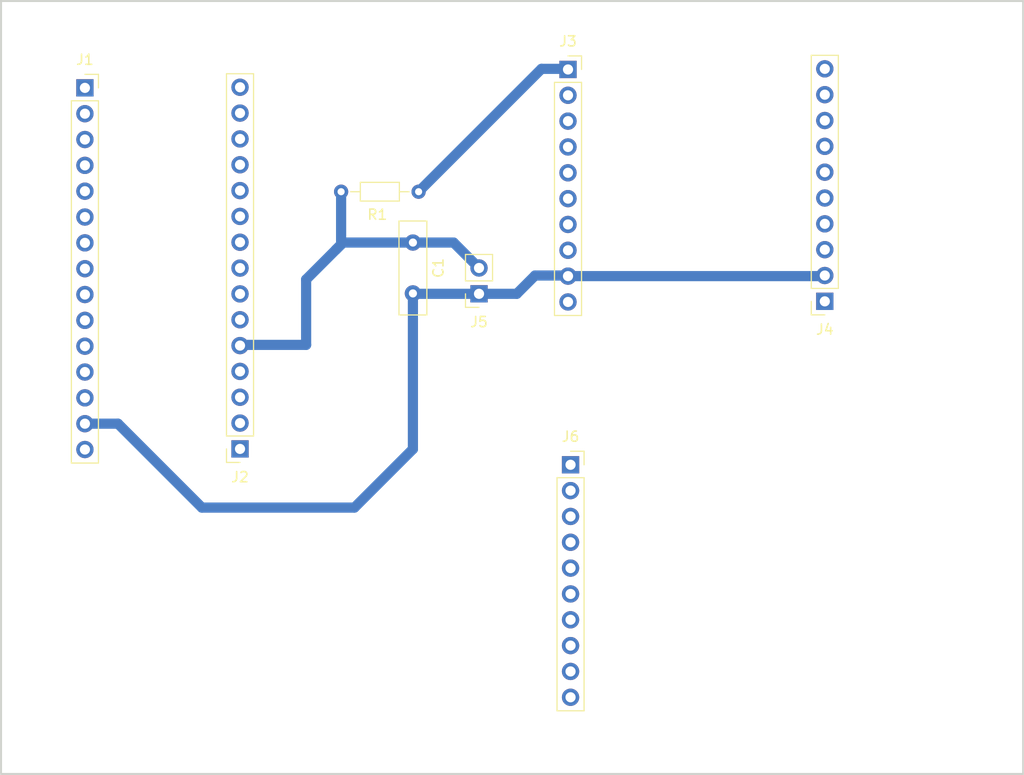
<source format=kicad_pcb>
(kicad_pcb (version 20240108) (generator "pcbnew") (generator_version "8.0")
  (layers (0 "F.Cu" signal) (31 "B.Cu" signal) (34 "B.Paste" user) (35 "F.Paste" user) (36 "B.SilkS" user "B.Silkscreen") (37 "F.SilkS" user "F.Silkscreen") (38 "B.Mask" user) (39 "F.Mask" user) (44 "Edge.Cuts" user))
  (net 0 "")
  (net 1 "/Output")
  (net 2 "GND")
  (net 40 "/Input")
  (footprint "Connector_PinSocket_2.54mm:PinSocket_1x02_P2.54mm_Vertical" (layer "F.Cu") (at 107.5 96.98 180)
    (property "Reference" "J5" (at 0 -2.77 0) (layer "F.SilkS"))
    (property "Value" "Conn_01x02_Male")
    (fp_line (start 1.33 1.27) (end 1.33 3.87) (stroke (width 0.12)) (layer "F.SilkS"))
    (fp_line (start 1.33 -1.33) (end 1.33 0) (stroke (width 0.12)) (layer "F.SilkS"))
    (fp_line (start 0 -1.33) (end 1.33 -1.33) (stroke (width 0.12)) (layer "F.SilkS"))
    (fp_line (start -1.33 3.87) (end 1.33 3.87) (stroke (width 0.12)) (layer "F.SilkS"))
    (fp_line (start -1.33 1.27) (end 1.33 1.27) (stroke (width 0.12)) (layer "F.SilkS"))
    (fp_line (start -1.33 1.27) (end -1.33 3.87) (stroke (width 0.12)) (layer "F.SilkS"))
    (pad "1" thru_hole rect (at 0 0 180) (size 1.7 1.7) (drill 1) (layers "*.Cu" "*.Mask") (net 2 "GND"))
    (pad "2" thru_hole oval (at 0 2.54 180) (size 1.7 1.7) (drill 1) (layers "*.Cu" "*.Mask") (net 1 "/Output"))
  )
  (footprint "Connector_PinSocket_2.54mm:PinSocket_1x15_P2.54mm_Vertical" (layer "F.Cu") (at 68.75 76.73)
    (property "Reference" "J1" (at 0 -2.77 0) (layer "F.SilkS"))
    (property "Value" "Conn_01x15_Female")
    (fp_line (start -1.33 1.27) (end -1.33 36.89) (stroke (width 0.12)) (layer "F.SilkS"))
    (fp_line (start -1.33 1.27) (end 1.33 1.27) (stroke (width 0.12)) (layer "F.SilkS"))
    (fp_line (start -1.33 36.89) (end 1.33 36.89) (stroke (width 0.12)) (layer "F.SilkS"))
    (fp_line (start 0 -1.33) (end 1.33 -1.33) (stroke (width 0.12)) (layer "F.SilkS"))
    (fp_line (start 1.33 -1.33) (end 1.33 0) (stroke (width 0.12)) (layer "F.SilkS"))
    (fp_line (start 1.33 1.27) (end 1.33 36.89) (stroke (width 0.12)) (layer "F.SilkS"))
    (pad "1" thru_hole rect (at 0 0) (size 1.7 1.7) (drill 1) (layers "*.Cu" "*.Mask"))
    (pad "2" thru_hole oval (at 0 2.54) (size 1.7 1.7) (drill 1) (layers "*.Cu" "*.Mask"))
    (pad "3" thru_hole oval (at 0 5.08) (size 1.7 1.7) (drill 1) (layers "*.Cu" "*.Mask"))
    (pad "4" thru_hole oval (at 0 7.62) (size 1.7 1.7) (drill 1) (layers "*.Cu" "*.Mask"))
    (pad "5" thru_hole oval (at 0 10.16) (size 1.7 1.7) (drill 1) (layers "*.Cu" "*.Mask"))
    (pad "6" thru_hole oval (at 0 12.7) (size 1.7 1.7) (drill 1) (layers "*.Cu" "*.Mask"))
    (pad "7" thru_hole oval (at 0 15.24) (size 1.7 1.7) (drill 1) (layers "*.Cu" "*.Mask"))
    (pad "8" thru_hole oval (at 0 17.78) (size 1.7 1.7) (drill 1) (layers "*.Cu" "*.Mask"))
    (pad "9" thru_hole oval (at 0 20.32) (size 1.7 1.7) (drill 1) (layers "*.Cu" "*.Mask"))
    (pad "10" thru_hole oval (at 0 22.86) (size 1.7 1.7) (drill 1) (layers "*.Cu" "*.Mask"))
    (pad "11" thru_hole oval (at 0 25.4) (size 1.7 1.7) (drill 1) (layers "*.Cu" "*.Mask"))
    (pad "12" thru_hole oval (at 0 27.94) (size 1.7 1.7) (drill 1) (layers "*.Cu" "*.Mask"))
    (pad "13" thru_hole oval (at 0 30.48) (size 1.7 1.7) (drill 1) (layers "*.Cu" "*.Mask"))
    (pad "14" thru_hole oval (at 0 33.02) (size 1.7 1.7) (drill 1) (layers "*.Cu" "*.Mask") (net 2 "GND"))
    (pad "15" thru_hole oval (at 0 35.56) (size 1.7 1.7) (drill 1) (layers "*.Cu" "*.Mask"))
  )
  (footprint "Connector_PinSocket_2.54mm:PinSocket_1x10_P2.54mm_Vertical" (layer "F.Cu") (at 116.5 113.79)
    (property "Reference" "J6" (at 0 -2.77 0) (layer "F.SilkS"))
    (property "Value" "Conn_01x10_Female")
    (fp_line (start -1.33 1.27) (end -1.33 24.19) (stroke (width 0.12)) (layer "F.SilkS"))
    (fp_line (start -1.33 1.27) (end 1.33 1.27) (stroke (width 0.12)) (layer "F.SilkS"))
    (fp_line (start -1.33 24.19) (end 1.33 24.19) (stroke (width 0.12)) (layer "F.SilkS"))
    (fp_line (start 0 -1.33) (end 1.33 -1.33) (stroke (width 0.12)) (layer "F.SilkS"))
    (fp_line (start 1.33 -1.33) (end 1.33 0) (stroke (width 0.12)) (layer "F.SilkS"))
    (fp_line (start 1.33 1.27) (end 1.33 24.19) (stroke (width 0.12)) (layer "F.SilkS"))
    (pad "1" thru_hole rect (at 0 0) (size 1.7 1.7) (drill 1) (layers "*.Cu" "*.Mask"))
    (pad "2" thru_hole oval (at 0 2.54) (size 1.7 1.7) (drill 1) (layers "*.Cu" "*.Mask"))
    (pad "3" thru_hole oval (at 0 5.08) (size 1.7 1.7) (drill 1) (layers "*.Cu" "*.Mask"))
    (pad "4" thru_hole oval (at 0 7.62) (size 1.7 1.7) (drill 1) (layers "*.Cu" "*.Mask"))
    (pad "5" thru_hole oval (at 0 10.16) (size 1.7 1.7) (drill 1) (layers "*.Cu" "*.Mask"))
    (pad "6" thru_hole oval (at 0 12.7) (size 1.7 1.7) (drill 1) (layers "*.Cu" "*.Mask"))
    (pad "7" thru_hole oval (at 0 15.24) (size 1.7 1.7) (drill 1) (layers "*.Cu" "*.Mask"))
    (pad "8" thru_hole oval (at 0 17.78) (size 1.7 1.7) (drill 1) (layers "*.Cu" "*.Mask"))
    (pad "9" thru_hole oval (at 0 20.32) (size 1.7 1.7) (drill 1) (layers "*.Cu" "*.Mask"))
    (pad "10" thru_hole oval (at 0 22.86) (size 1.7 1.7) (drill 1) (layers "*.Cu" "*.Mask"))
  )
  (footprint "Connector_PinSocket_2.54mm:PinSocket_1x10_P2.54mm_Vertical" (layer "F.Cu") (at 116.25 74.92)
    (property "Reference" "J3" (at 0 -2.77 0) (layer "F.SilkS"))
    (property "Value" "Conn_01x10_Female")
    (fp_line (start -1.33 1.27) (end -1.33 24.19) (stroke (width 0.12)) (layer "F.SilkS"))
    (fp_line (start -1.33 1.27) (end 1.33 1.27) (stroke (width 0.12)) (layer "F.SilkS"))
    (fp_line (start -1.33 24.19) (end 1.33 24.19) (stroke (width 0.12)) (layer "F.SilkS"))
    (fp_line (start 0 -1.33) (end 1.33 -1.33) (stroke (width 0.12)) (layer "F.SilkS"))
    (fp_line (start 1.33 -1.33) (end 1.33 0) (stroke (width 0.12)) (layer "F.SilkS"))
    (fp_line (start 1.33 1.27) (end 1.33 24.19) (stroke (width 0.12)) (layer "F.SilkS"))
    (pad "1" thru_hole rect (at 0 0) (size 1.7 1.7) (drill 1) (layers "*.Cu" "*.Mask") (net 40 "/Input"))
    (pad "2" thru_hole oval (at 0 2.54) (size 1.7 1.7) (drill 1) (layers "*.Cu" "*.Mask"))
    (pad "3" thru_hole oval (at 0 5.08) (size 1.7 1.7) (drill 1) (layers "*.Cu" "*.Mask"))
    (pad "4" thru_hole oval (at 0 7.62) (size 1.7 1.7) (drill 1) (layers "*.Cu" "*.Mask"))
    (pad "5" thru_hole oval (at 0 10.16) (size 1.7 1.7) (drill 1) (layers "*.Cu" "*.Mask"))
    (pad "6" thru_hole oval (at 0 12.7) (size 1.7 1.7) (drill 1) (layers "*.Cu" "*.Mask"))
    (pad "7" thru_hole oval (at 0 15.24) (size 1.7 1.7) (drill 1) (layers "*.Cu" "*.Mask"))
    (pad "8" thru_hole oval (at 0 17.78) (size 1.7 1.7) (drill 1) (layers "*.Cu" "*.Mask"))
    (pad "9" thru_hole oval (at 0 20.32) (size 1.7 1.7) (drill 1) (layers "*.Cu" "*.Mask") (net 2 "GND"))
    (pad "10" thru_hole oval (at 0 22.86) (size 1.7 1.7) (drill 1) (layers "*.Cu" "*.Mask"))
  )
  (footprint "Connector_PinSocket_2.54mm:PinSocket_1x15_P2.54mm_Vertical" (layer "F.Cu") (at 84 112.23 180)
    (property "Reference" "J2" (at 0 -2.77 0) (layer "F.SilkS"))
    (property "Value" "Conn_01x15_Female")
    (fp_line (start 1.33 1.27) (end 1.33 36.89) (stroke (width 0.12)) (layer "F.SilkS"))
    (fp_line (start 1.33 -1.33) (end 1.33 0) (stroke (width 0.12)) (layer "F.SilkS"))
    (fp_line (start 0 -1.33) (end 1.33 -1.33) (stroke (width 0.12)) (layer "F.SilkS"))
    (fp_line (start -1.33 36.89) (end 1.33 36.89) (stroke (width 0.12)) (layer "F.SilkS"))
    (fp_line (start -1.33 1.27) (end 1.33 1.27) (stroke (width 0.12)) (layer "F.SilkS"))
    (fp_line (start -1.33 1.27) (end -1.33 36.89) (stroke (width 0.12)) (layer "F.SilkS"))
    (pad "1" thru_hole rect (at 0 0 180) (size 1.7 1.7) (drill 1) (layers "*.Cu" "*.Mask"))
    (pad "2" thru_hole oval (at 0 2.54 180) (size 1.7 1.7) (drill 1) (layers "*.Cu" "*.Mask"))
    (pad "3" thru_hole oval (at 0 5.08 180) (size 1.7 1.7) (drill 1) (layers "*.Cu" "*.Mask"))
    (pad "4" thru_hole oval (at 0 7.62 180) (size 1.7 1.7) (drill 1) (layers "*.Cu" "*.Mask"))
    (pad "5" thru_hole oval (at 0 10.16 180) (size 1.7 1.7) (drill 1) (layers "*.Cu" "*.Mask") (net 1 "/Output"))
    (pad "6" thru_hole oval (at 0 12.7 180) (size 1.7 1.7) (drill 1) (layers "*.Cu" "*.Mask"))
    (pad "7" thru_hole oval (at 0 15.24 180) (size 1.7 1.7) (drill 1) (layers "*.Cu" "*.Mask"))
    (pad "8" thru_hole oval (at 0 17.78 180) (size 1.7 1.7) (drill 1) (layers "*.Cu" "*.Mask"))
    (pad "9" thru_hole oval (at 0 20.32 180) (size 1.7 1.7) (drill 1) (layers "*.Cu" "*.Mask"))
    (pad "10" thru_hole oval (at 0 22.86 180) (size 1.7 1.7) (drill 1) (layers "*.Cu" "*.Mask"))
    (pad "11" thru_hole oval (at 0 25.4 180) (size 1.7 1.7) (drill 1) (layers "*.Cu" "*.Mask"))
    (pad "12" thru_hole oval (at 0 27.94 180) (size 1.7 1.7) (drill 1) (layers "*.Cu" "*.Mask"))
    (pad "13" thru_hole oval (at 0 30.48 180) (size 1.7 1.7) (drill 1) (layers "*.Cu" "*.Mask"))
    (pad "14" thru_hole oval (at 0 33.02 180) (size 1.7 1.7) (drill 1) (layers "*.Cu" "*.Mask"))
    (pad "15" thru_hole oval (at 0 35.56 180) (size 1.7 1.7) (drill 1) (layers "*.Cu" "*.Mask"))
  )
  (footprint "Capacitor_THT:C_Disc_D9.0mm_W2.5mm_P5.00mm" (layer "F.Cu") (at 101 91.94 -90)
    (property "Reference" "C1" (at 2.5 -2.5 90) (layer "F.SilkS"))
    (property "Value" "0.01u")
    (fp_line (start -2.12 1.37) (end 7.12 1.37) (stroke (width 0.12)) (layer "F.SilkS"))
    (fp_line (start -2.12 -1.37) (end -2.12 1.37) (stroke (width 0.12)) (layer "F.SilkS"))
    (fp_line (start -2.12 -1.37) (end 7.12 -1.37) (stroke (width 0.12)) (layer "F.SilkS"))
    (fp_line (start 7.12 -1.37) (end 7.12 1.37) (stroke (width 0.12)) (layer "F.SilkS"))
    (pad "1" thru_hole circle (at 0 0 270) (size 1.6 1.6) (drill 0.8) (layers "*.Cu" "*.Mask") (net 1 "/Output"))
    (pad "2" thru_hole circle (at 5 0 270) (size 1.6 1.6) (drill 0.8) (layers "*.Cu" "*.Mask") (net 2 "GND"))
  )
  (footprint "Connector_PinSocket_2.54mm:PinSocket_1x10_P2.54mm_Vertical" (layer "F.Cu") (at 141.5 97.72 180)
    (property "Reference" "J4" (at 0 -2.77 180) (layer "F.SilkS"))
    (property "Value" "Conn_01x10_Female")
    (fp_line (start 1.33 1.27) (end 1.33 24.19) (stroke (width 0.12)) (layer "F.SilkS"))
    (fp_line (start 1.33 -1.33) (end 1.33 0) (stroke (width 0.12)) (layer "F.SilkS"))
    (fp_line (start 0 -1.33) (end 1.33 -1.33) (stroke (width 0.12)) (layer "F.SilkS"))
    (fp_line (start -1.33 24.19) (end 1.33 24.19) (stroke (width 0.12)) (layer "F.SilkS"))
    (fp_line (start -1.33 1.27) (end 1.33 1.27) (stroke (width 0.12)) (layer "F.SilkS"))
    (fp_line (start -1.33 1.27) (end -1.33 24.19) (stroke (width 0.12)) (layer "F.SilkS"))
    (pad "1" thru_hole rect (at 0 0 180) (size 1.7 1.7) (drill 1) (layers "*.Cu" "*.Mask"))
    (pad "2" thru_hole oval (at 0 2.54 180) (size 1.7 1.7) (drill 1) (layers "*.Cu" "*.Mask") (net 2 "GND"))
    (pad "3" thru_hole oval (at 0 5.08 180) (size 1.7 1.7) (drill 1) (layers "*.Cu" "*.Mask"))
    (pad "4" thru_hole oval (at 0 7.62 180) (size 1.7 1.7) (drill 1) (layers "*.Cu" "*.Mask"))
    (pad "5" thru_hole oval (at 0 10.16 180) (size 1.7 1.7) (drill 1) (layers "*.Cu" "*.Mask"))
    (pad "6" thru_hole oval (at 0 12.7 180) (size 1.7 1.7) (drill 1) (layers "*.Cu" "*.Mask"))
    (pad "7" thru_hole oval (at 0 15.24 180) (size 1.7 1.7) (drill 1) (layers "*.Cu" "*.Mask"))
    (pad "8" thru_hole oval (at 0 17.78 180) (size 1.7 1.7) (drill 1) (layers "*.Cu" "*.Mask"))
    (pad "9" thru_hole oval (at 0 20.32 180) (size 1.7 1.7) (drill 1) (layers "*.Cu" "*.Mask"))
    (pad "10" thru_hole oval (at 0 22.86 180) (size 1.7 1.7) (drill 1) (layers "*.Cu" "*.Mask"))
  )
  (footprint "Resistor_THT:R_Axial_DIN0204_L3.6mm_D1.6mm_P7.62mm_Horizontal" (layer "F.Cu") (at 101.56 86.94 180)
    (property "Reference" "R1" (at 4.06 -2.25 0) (layer "F.SilkS"))
    (property "Value" "160")
    (fp_line (start 6.68 0) (end 5.73 0) (stroke (width 0.12)) (layer "F.SilkS"))
    (fp_line (start 5.73 0.92) (end 5.73 -0.92) (stroke (width 0.12)) (layer "F.SilkS"))
    (fp_line (start 5.73 -0.92) (end 1.89 -0.92) (stroke (width 0.12)) (layer "F.SilkS"))
    (fp_line (start 1.89 0.92) (end 5.73 0.92) (stroke (width 0.12)) (layer "F.SilkS"))
    (fp_line (start 1.89 -0.92) (end 1.89 0.92) (stroke (width 0.12)) (layer "F.SilkS"))
    (fp_line (start 0.94 0) (end 1.89 0) (stroke (width 0.12)) (layer "F.SilkS"))
    (pad "1" thru_hole circle (at 0 0 180) (size 1.4 1.4) (drill 0.7) (layers "*.Cu" "*.Mask") (net 40 "/Input"))
    (pad "2" thru_hole oval (at 7.62 0 180) (size 1.4 1.4) (drill 0.7) (layers "*.Cu" "*.Mask") (net 1 "/Output"))
  )
  (gr_rect (start 60.5 68.19) (end 161 144.19) (stroke (width 0.2)) (fill none) (layer "Edge.Cuts"))
  (segment (start 90.5 102) (end 90.5 95.57) (width 1) (layer "B.Cu") (net 1))
  (segment (start 94.13 91.94) (end 101 91.94) (width 1) (layer "B.Cu") (net 1))
  (segment (start 93.44 92.63) (end 94.13 91.94) (width 1) (layer "B.Cu") (net 1))
  (segment (start 93.94 92.13) (end 93.94 86.94) (width 1) (layer "B.Cu") (net 1))
  (segment (start 84.07 102) (end 90.5 102) (width 1) (layer "B.Cu") (net 1))
  (segment (start 105 91.94) (end 107.5 94.44) (width 1) (layer "B.Cu") (net 1))
  (segment (start 84 102.07) (end 84.07 102) (width 1) (layer "B.Cu") (net 1))
  (segment (start 90.5 95.57) (end 93.44 92.63) (width 1) (layer "B.Cu") (net 1))
  (segment (start 93.44 92.63) (end 93.94 92.13) (width 1) (layer "B.Cu") (net 1))
  (segment (start 101 91.94) (end 105 91.94) (width 1) (layer "B.Cu") (net 1))
  (segment (start 111.21 96.98) (end 113.01 95.18) (width 1) (layer "B.Cu") (net 2))
  (segment (start 107.5 96.98) (end 111.21 96.98) (width 1) (layer "B.Cu") (net 2))
  (segment (start 141.44 95.24) (end 141.5 95.18) (width 1) (layer "B.Cu") (net 2))
  (segment (start 95.25 118) (end 80.25 118) (width 1) (layer "B.Cu") (net 2))
  (segment (start 80.25 118) (end 72 109.75) (width 1) (layer "B.Cu") (net 2))
  (segment (start 101 112.25) (end 95.25 118) (width 1) (layer "B.Cu") (net 2))
  (segment (start 107.5 96.98) (end 101.04 96.98) (width 1) (layer "B.Cu") (net 2))
  (segment (start 113.01 95.18) (end 116.25 95.18) (width 1) (layer "B.Cu") (net 2))
  (segment (start 101.04 96.98) (end 101 96.94) (width 1) (layer "B.Cu") (net 2))
  (segment (start 101 96.94) (end 101 112.25) (width 1) (layer "B.Cu") (net 2))
  (segment (start 72 109.75) (end 68.75 109.75) (width 1) (layer "B.Cu") (net 2))
  (segment (start 116.25 95.24) (end 141.44 95.24) (width 1) (layer "B.Cu") (net 2))
  (segment (start 101.56 86.94) (end 113.64 74.86) (width 1) (layer "B.Cu") (net 40))
  (segment (start 113.64 74.86) (end 116.25 74.86) (width 1) (layer "B.Cu") (net 40))
)
</source>
